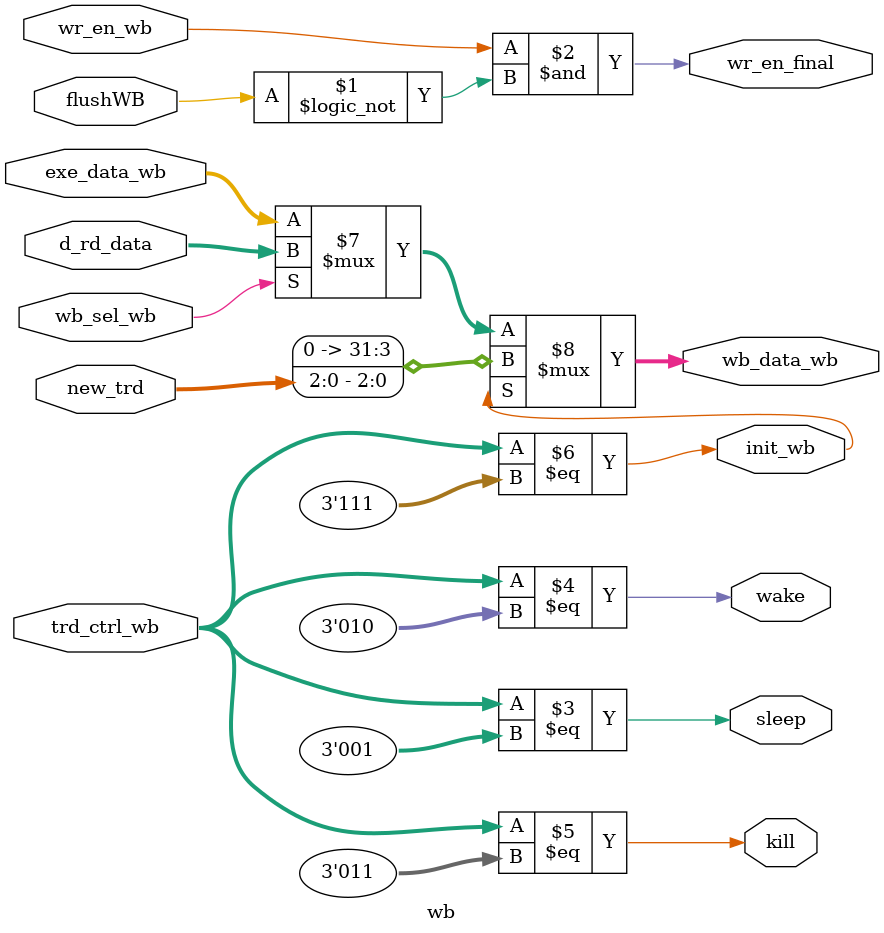
<source format=sv>
/*
 * Module name: wb
 * Engineer: Jianping Shen
 * Description: Write back stage
 * Dependency:
 * Status: developing
**/
`include "header.svh"
module wb(
    input           [31:0]  exe_data_wb ,
    input           [2:0]   trd_ctrl_wb ,
    input                   wb_sel_wb   ,
    input           [31:0]  d_rd_data   ,
    input                   flushWB     ,
    input                   wr_en_wb    ,
    input           [2:0]   new_trd     ,

    output  logic   [31:0]  wb_data_wb  ,
    output  logic           kill        ,
    output  logic           sleep       ,
    output  logic           wake        ,
    output  logic           wr_en_final ,
    output  logic           init_wb     
);
    // trd_ctrl:
    // 001: sleep
    // 010: wake
    // 011: kill
    // 111: init_trd

    assign wr_en_final = wr_en_wb & !flushWB;
    assign sleep = trd_ctrl_wb == 3'b001;
    assign wake = trd_ctrl_wb == 3'b010;
    assign kill = trd_ctrl_wb == 3'b011;
    assign init_wb = trd_ctrl_wb == 3'b111;
    assign wb_data_wb = init_wb?   {28'b0, new_trd}:
                        wb_sel_wb? d_rd_data:
                                   exe_data_wb;
endmodule


</source>
